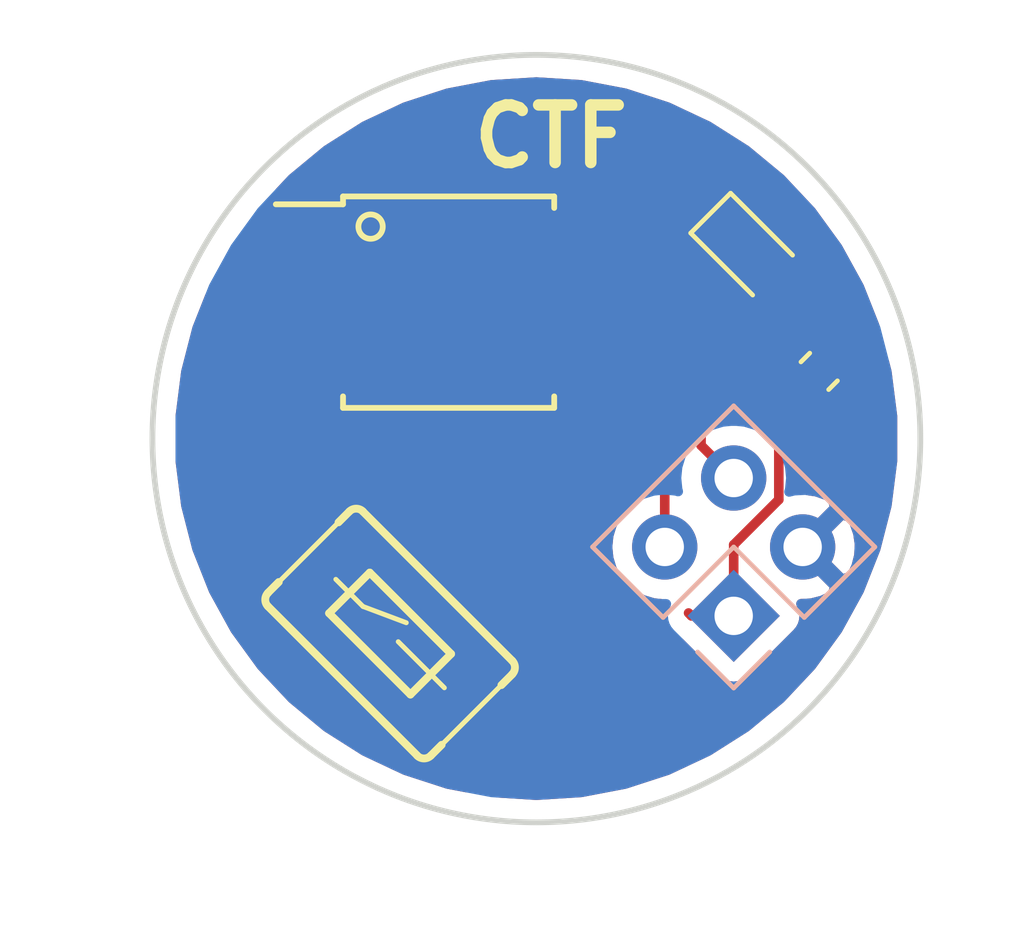
<source format=kicad_pcb>
(kicad_pcb (version 20171130) (host pcbnew "(5.1.4)-1")

  (general
    (thickness 1.6)
    (drawings 3)
    (tracks 35)
    (zones 0)
    (modules 5)
    (nets 10)
  )

  (page A4)
  (layers
    (0 F.Cu signal)
    (31 B.Cu signal)
    (32 B.Adhes user)
    (33 F.Adhes user)
    (34 B.Paste user)
    (35 F.Paste user)
    (36 B.SilkS user)
    (37 F.SilkS user)
    (38 B.Mask user)
    (39 F.Mask user)
    (40 Dwgs.User user)
    (41 Cmts.User user)
    (42 Eco1.User user)
    (43 Eco2.User user)
    (44 Edge.Cuts user)
    (45 Margin user)
    (46 B.CrtYd user)
    (47 F.CrtYd user)
    (48 B.Fab user)
    (49 F.Fab user)
  )

  (setup
    (last_trace_width 0.25)
    (trace_clearance 0.2)
    (zone_clearance 0.508)
    (zone_45_only no)
    (trace_min 0.2)
    (via_size 0.8)
    (via_drill 0.4)
    (via_min_size 0.4)
    (via_min_drill 0.3)
    (uvia_size 0.3)
    (uvia_drill 0.1)
    (uvias_allowed no)
    (uvia_min_size 0.2)
    (uvia_min_drill 0.1)
    (edge_width 0.15)
    (segment_width 0.2)
    (pcb_text_width 0.3)
    (pcb_text_size 1.5 1.5)
    (mod_edge_width 0.15)
    (mod_text_size 1 1)
    (mod_text_width 0.15)
    (pad_size 1.524 1.524)
    (pad_drill 0.762)
    (pad_to_mask_clearance 0.051)
    (solder_mask_min_width 0.25)
    (aux_axis_origin 0 0)
    (visible_elements 7FFFFFFF)
    (pcbplotparams
      (layerselection 0x010fc_ffffffff)
      (usegerberextensions true)
      (usegerberattributes false)
      (usegerberadvancedattributes false)
      (creategerberjobfile false)
      (excludeedgelayer true)
      (linewidth 0.100000)
      (plotframeref false)
      (viasonmask false)
      (mode 1)
      (useauxorigin false)
      (hpglpennumber 1)
      (hpglpenspeed 20)
      (hpglpendiameter 15.000000)
      (psnegative false)
      (psa4output false)
      (plotreference true)
      (plotvalue true)
      (plotinvisibletext false)
      (padsonsilk false)
      (subtractmaskfromsilk false)
      (outputformat 1)
      (mirror false)
      (drillshape 0)
      (scaleselection 1)
      (outputdirectory "gerber"))
  )

  (net 0 "")
  (net 1 VCC)
  (net 2 GND)
  (net 3 /SCL)
  (net 4 /SDA)
  (net 5 "Net-(SW1-Pad1)")
  (net 6 "Net-(U1-Pad2)")
  (net 7 "Net-(U1-Pad3)")
  (net 8 "Net-(D1-Pad1)")
  (net 9 "Net-(D1-Pad2)")

  (net_class Default "This is the default net class."
    (clearance 0.2)
    (trace_width 0.25)
    (via_dia 0.8)
    (via_drill 0.4)
    (uvia_dia 0.3)
    (uvia_drill 0.1)
    (add_net /SCL)
    (add_net /SDA)
    (add_net GND)
    (add_net "Net-(D1-Pad1)")
    (add_net "Net-(D1-Pad2)")
    (add_net "Net-(SW1-Pad1)")
    (add_net "Net-(U1-Pad2)")
    (add_net "Net-(U1-Pad3)")
    (add_net VCC)
  )

  (module switches:TACTILE-SWITCH-1101NE (layer F.Cu) (tedit 5C48AB09) (tstamp 5C6162BB)
    (at 125.73 102.87 315)
    (descr "SPARKFUN SKU# COM-08229")
    (tags "SPARKFUN SKU# COM-08229")
    (path /5C489067)
    (attr smd)
    (fp_text reference SW1 (at -1.09474 -2.37998 315) (layer F.SilkS) hide
      (effects (font (size 0.762 0.762) (thickness 0.0508)))
    )
    (fp_text value SW_Push (at -0.71374 2.31648 315) (layer F.SilkS) hide
      (effects (font (size 0.762 0.762) (thickness 0.0508)))
    )
    (fp_arc (start -2.74828 1.4986) (end -2.74828 1.74752) (angle 90) (layer F.SilkS) (width 0.2032))
    (fp_arc (start 2.74828 1.4986) (end 2.99974 1.4986) (angle 90) (layer F.SilkS) (width 0.2032))
    (fp_arc (start 2.74828 -1.4986) (end 2.74828 -1.74752) (angle 90) (layer F.SilkS) (width 0.2032))
    (fp_arc (start -2.74828 -1.4986) (end -2.99974 -1.4986) (angle 90) (layer F.SilkS) (width 0.2032))
    (fp_line (start 0.29972 0) (end 1.99898 0) (layer F.SilkS) (width 0.127))
    (fp_line (start -0.99822 0) (end 0.09906 -0.49784) (layer F.SilkS) (width 0.127))
    (fp_line (start -1.99898 0) (end -0.99822 0) (layer F.SilkS) (width 0.127))
    (fp_line (start 1.4986 0.7493) (end 1.4986 -0.7493) (layer F.SilkS) (width 0.2032))
    (fp_line (start -1.4986 0.7493) (end -1.4986 -0.7493) (layer F.SilkS) (width 0.2032))
    (fp_line (start 1.4986 0.7493) (end -1.4986 0.7493) (layer F.SilkS) (width 0.2032))
    (fp_line (start -1.4986 -0.7493) (end 1.4986 -0.7493) (layer F.SilkS) (width 0.2032))
    (fp_line (start 2.99974 1.4986) (end 2.99974 1.09982) (layer F.SilkS) (width 0.2032))
    (fp_line (start 2.99974 -1.09982) (end 2.99974 -1.4986) (layer F.SilkS) (width 0.2032))
    (fp_line (start -2.99974 -1.09982) (end -2.99974 -1.4986) (layer F.SilkS) (width 0.2032))
    (fp_line (start -2.99974 1.4986) (end -2.99974 1.09982) (layer F.SilkS) (width 0.2032))
    (fp_line (start 2.74828 1.74752) (end -2.74828 1.74752) (layer F.SilkS) (width 0.2032))
    (fp_line (start -2.74828 -1.74752) (end 2.74828 -1.74752) (layer F.SilkS) (width 0.2032))
    (fp_line (start 2.99974 -1.09982) (end 2.99974 1.09982) (layer F.SilkS) (width 0.127))
    (fp_line (start -2.99974 -1.09982) (end -2.99974 1.09982) (layer F.SilkS) (width 0.127))
    (pad 2 smd rect (at 3.149601 0 135) (size 2.2987 1.59766) (layers F.Cu F.Paste F.Mask)
      (net 2 GND))
    (pad 1 smd rect (at -3.149601 0 135) (size 2.2987 1.59766) (layers F.Cu F.Paste F.Mask)
      (net 5 "Net-(SW1-Pad1)"))
    (model ${KISYS3DMOD}/Button_Switch_SMD.3dshapes/SW_SPST_CK_RS282G05A3.wrl
      (at (xyz 0 0 0))
      (scale (xyz 1 1 1))
      (rotate (xyz 0 0 0))
    )
  )

  (module Package_SO:SOIJ-8_5.3x5.3mm_P1.27mm (layer F.Cu) (tedit 5C48AB0D) (tstamp 5C55259A)
    (at 127.254 94.234)
    (descr "8-Lead Plastic Small Outline (SM) - Medium, 5.28 mm Body [SOIC] (see Microchip Packaging Specification 00000049BS.pdf)")
    (tags "SOIC 1.27")
    (path /5C488DE3)
    (attr smd)
    (fp_text reference U1 (at 0 -3.68) (layer F.SilkS) hide
      (effects (font (size 1 1) (thickness 0.15)))
    )
    (fp_text value ATtiny45-20SU (at 0 3.68) (layer F.Fab)
      (effects (font (size 1 1) (thickness 0.15)))
    )
    (fp_text user %R (at 0 0) (layer F.Fab)
      (effects (font (size 1 1) (thickness 0.15)))
    )
    (fp_line (start -1.65 -2.65) (end 2.65 -2.65) (layer F.Fab) (width 0.15))
    (fp_line (start 2.65 -2.65) (end 2.65 2.65) (layer F.Fab) (width 0.15))
    (fp_line (start 2.65 2.65) (end -2.65 2.65) (layer F.Fab) (width 0.15))
    (fp_line (start -2.65 2.65) (end -2.65 -1.65) (layer F.Fab) (width 0.15))
    (fp_line (start -2.65 -1.65) (end -1.65 -2.65) (layer F.Fab) (width 0.15))
    (fp_line (start -4.75 -2.95) (end -4.75 2.95) (layer F.CrtYd) (width 0.05))
    (fp_line (start 4.75 -2.95) (end 4.75 2.95) (layer F.CrtYd) (width 0.05))
    (fp_line (start -4.75 -2.95) (end 4.75 -2.95) (layer F.CrtYd) (width 0.05))
    (fp_line (start -4.75 2.95) (end 4.75 2.95) (layer F.CrtYd) (width 0.05))
    (fp_line (start -2.75 -2.755) (end -2.75 -2.55) (layer F.SilkS) (width 0.15))
    (fp_line (start 2.75 -2.755) (end 2.75 -2.455) (layer F.SilkS) (width 0.15))
    (fp_line (start 2.75 2.755) (end 2.75 2.455) (layer F.SilkS) (width 0.15))
    (fp_line (start -2.75 2.755) (end -2.75 2.455) (layer F.SilkS) (width 0.15))
    (fp_line (start -2.75 -2.755) (end 2.75 -2.755) (layer F.SilkS) (width 0.15))
    (fp_line (start -2.75 2.755) (end 2.75 2.755) (layer F.SilkS) (width 0.15))
    (fp_line (start -2.75 -2.55) (end -4.5 -2.55) (layer F.SilkS) (width 0.15))
    (pad 1 smd rect (at -3.65 -1.905) (size 1.7 0.65) (layers F.Cu F.Paste F.Mask)
      (net 5 "Net-(SW1-Pad1)"))
    (pad 2 smd rect (at -3.65 -0.635) (size 1.7 0.65) (layers F.Cu F.Paste F.Mask)
      (net 6 "Net-(U1-Pad2)"))
    (pad 3 smd rect (at -3.65 0.635) (size 1.7 0.65) (layers F.Cu F.Paste F.Mask)
      (net 7 "Net-(U1-Pad3)"))
    (pad 4 smd rect (at -3.65 1.905) (size 1.7 0.65) (layers F.Cu F.Paste F.Mask)
      (net 2 GND))
    (pad 5 smd rect (at 3.65 1.905) (size 1.7 0.65) (layers F.Cu F.Paste F.Mask)
      (net 4 /SDA))
    (pad 6 smd rect (at 3.65 0.635) (size 1.7 0.65) (layers F.Cu F.Paste F.Mask)
      (net 8 "Net-(D1-Pad1)"))
    (pad 7 smd rect (at 3.65 -0.635) (size 1.7 0.65) (layers F.Cu F.Paste F.Mask)
      (net 3 /SCL))
    (pad 8 smd rect (at 3.65 -1.905) (size 1.7 0.65) (layers F.Cu F.Paste F.Mask)
      (net 1 VCC))
    (model ${KISYS3DMOD}/Package_SO.3dshapes/SOIJ-8_5.3x5.3mm_P1.27mm.wrl
      (at (xyz 0 0 0))
      (scale (xyz 1 1 1))
      (rotate (xyz 0 0 0))
    )
  )

  (module Connector_PinHeader_2.54mm:PinHeader_2x02_P2.54mm_Vertical (layer B.Cu) (tedit 5C48AB7A) (tstamp 5C61645A)
    (at 134.679001 102.409001 45)
    (descr "Through hole straight pin header, 2x02, 2.54mm pitch, double rows")
    (tags "Through hole pin header THT 2x02 2.54mm double row")
    (path /5C488EC3)
    (fp_text reference J1 (at 1.27 2.33 45) (layer B.SilkS) hide
      (effects (font (size 1 1) (thickness 0.15)) (justify mirror))
    )
    (fp_text value Male_02x02 (at 1.27 -4.87 45) (layer B.Fab)
      (effects (font (size 1 1) (thickness 0.15)) (justify mirror))
    )
    (fp_line (start 0 1.27) (end 3.81 1.27) (layer B.Fab) (width 0.1))
    (fp_line (start 3.81 1.27) (end 3.81 -3.81) (layer B.Fab) (width 0.1))
    (fp_line (start 3.81 -3.81) (end -1.27 -3.81) (layer B.Fab) (width 0.1))
    (fp_line (start -1.27 -3.81) (end -1.27 0) (layer B.Fab) (width 0.1))
    (fp_line (start -1.27 0) (end 0 1.27) (layer B.Fab) (width 0.1))
    (fp_line (start -1.33 -3.87) (end 3.87 -3.87) (layer B.SilkS) (width 0.12))
    (fp_line (start -1.33 -1.27) (end -1.33 -3.87) (layer B.SilkS) (width 0.12))
    (fp_line (start 3.87 1.33) (end 3.87 -3.87) (layer B.SilkS) (width 0.12))
    (fp_line (start -1.33 -1.27) (end 1.27 -1.27) (layer B.SilkS) (width 0.12))
    (fp_line (start 1.27 -1.27) (end 1.27 1.33) (layer B.SilkS) (width 0.12))
    (fp_line (start 1.27 1.33) (end 3.87 1.33) (layer B.SilkS) (width 0.12))
    (fp_line (start -1.33 0) (end -1.33 1.33) (layer B.SilkS) (width 0.12))
    (fp_line (start -1.33 1.33) (end 0 1.33) (layer B.SilkS) (width 0.12))
    (fp_line (start -1.8 1.8) (end -1.8 -4.35) (layer B.CrtYd) (width 0.05))
    (fp_line (start -1.8 -4.35) (end 4.35 -4.35) (layer B.CrtYd) (width 0.05))
    (fp_line (start 4.35 -4.35) (end 4.35 1.8) (layer B.CrtYd) (width 0.05))
    (fp_line (start 4.35 1.8) (end -1.8 1.8) (layer B.CrtYd) (width 0.05))
    (fp_text user %R (at 1.27 -1.27 -45) (layer B.Fab)
      (effects (font (size 1 1) (thickness 0.15)) (justify mirror))
    )
    (pad 1 thru_hole rect (at 0 0 45) (size 1.7 1.7) (drill 1) (layers *.Cu *.Mask)
      (net 1 VCC))
    (pad 2 thru_hole oval (at 2.54 0 45) (size 1.7 1.7) (drill 1) (layers *.Cu *.Mask)
      (net 2 GND))
    (pad 3 thru_hole oval (at 0 -2.54 45) (size 1.7 1.7) (drill 1) (layers *.Cu *.Mask)
      (net 4 /SDA))
    (pad 4 thru_hole oval (at 2.54 -2.54 45) (size 1.7 1.7) (drill 1) (layers *.Cu *.Mask)
      (net 3 /SCL))
    (model ${KISYS3DMOD}/Connector_PinHeader_2.54mm.3dshapes/PinHeader_2x02_P2.54mm_Vertical.wrl
      (at (xyz 0 0 0))
      (scale (xyz 1 1 1))
      (rotate (xyz 0 0 0))
    )
  )

  (module LED_SMD:LED_0603_1608Metric (layer F.Cu) (tedit 5C4A52EA) (tstamp 5C716109)
    (at 135.128 92.964 315)
    (descr "LED SMD 0603 (1608 Metric), square (rectangular) end terminal, IPC_7351 nominal, (Body size source: http://www.tortai-tech.com/upload/download/2011102023233369053.pdf), generated with kicad-footprint-generator")
    (tags diode)
    (path /5C4FBC5C)
    (attr smd)
    (fp_text reference D1 (at 0 -1.43 315) (layer F.SilkS) hide
      (effects (font (size 1 1) (thickness 0.15)))
    )
    (fp_text value LED (at 0 1.43 315) (layer F.Fab)
      (effects (font (size 1 1) (thickness 0.15)))
    )
    (fp_line (start 0.8 -0.4) (end -0.5 -0.4) (layer F.Fab) (width 0.1))
    (fp_line (start -0.5 -0.4) (end -0.8 -0.1) (layer F.Fab) (width 0.1))
    (fp_line (start -0.8 -0.1) (end -0.8 0.4) (layer F.Fab) (width 0.1))
    (fp_line (start -0.8 0.4) (end 0.8 0.4) (layer F.Fab) (width 0.1))
    (fp_line (start 0.8 0.4) (end 0.8 -0.4) (layer F.Fab) (width 0.1))
    (fp_line (start 0.8 -0.735) (end -1.485 -0.735) (layer F.SilkS) (width 0.12))
    (fp_line (start -1.485 -0.735) (end -1.485 0.735) (layer F.SilkS) (width 0.12))
    (fp_line (start -1.485 0.735) (end 0.8 0.735) (layer F.SilkS) (width 0.12))
    (fp_line (start -1.48 0.73) (end -1.48 -0.73) (layer F.CrtYd) (width 0.05))
    (fp_line (start -1.48 -0.73) (end 1.48 -0.73) (layer F.CrtYd) (width 0.05))
    (fp_line (start 1.48 -0.73) (end 1.48 0.73) (layer F.CrtYd) (width 0.05))
    (fp_line (start 1.48 0.73) (end -1.48 0.73) (layer F.CrtYd) (width 0.05))
    (fp_text user %R (at 0 0 315) (layer F.Fab)
      (effects (font (size 0.4 0.4) (thickness 0.06)))
    )
    (pad 1 smd roundrect (at -0.787501 0 315) (size 0.875 0.95) (layers F.Cu F.Paste F.Mask) (roundrect_rratio 0.25)
      (net 8 "Net-(D1-Pad1)"))
    (pad 2 smd roundrect (at 0.787501 0 315) (size 0.875 0.95) (layers F.Cu F.Paste F.Mask) (roundrect_rratio 0.25)
      (net 9 "Net-(D1-Pad2)"))
    (model ${KISYS3DMOD}/LED_SMD.3dshapes/LED_0603_1608Metric.wrl
      (at (xyz 0 0 0))
      (scale (xyz 1 1 1))
      (rotate (xyz 0 0 0))
    )
  )

  (module Resistor_SMD:R_0603_1608Metric (layer F.Cu) (tedit 5C4A52E7) (tstamp 5C715F0F)
    (at 136.906 96.0375 45)
    (descr "Resistor SMD 0603 (1608 Metric), square (rectangular) end terminal, IPC_7351 nominal, (Body size source: http://www.tortai-tech.com/upload/download/2011102023233369053.pdf), generated with kicad-footprint-generator")
    (tags resistor)
    (path /5C4FBE85)
    (attr smd)
    (fp_text reference R1 (at 0 -1.43 45) (layer F.SilkS) hide
      (effects (font (size 1 1) (thickness 0.15)))
    )
    (fp_text value R (at 0 1.43 45) (layer F.Fab)
      (effects (font (size 1 1) (thickness 0.15)))
    )
    (fp_line (start -0.8 0.4) (end -0.8 -0.4) (layer F.Fab) (width 0.1))
    (fp_line (start -0.8 -0.4) (end 0.8 -0.4) (layer F.Fab) (width 0.1))
    (fp_line (start 0.8 -0.4) (end 0.8 0.4) (layer F.Fab) (width 0.1))
    (fp_line (start 0.8 0.4) (end -0.8 0.4) (layer F.Fab) (width 0.1))
    (fp_line (start -0.162779 -0.51) (end 0.162779 -0.51) (layer F.SilkS) (width 0.12))
    (fp_line (start -0.162779 0.51) (end 0.162779 0.51) (layer F.SilkS) (width 0.12))
    (fp_line (start -1.48 0.73) (end -1.48 -0.73) (layer F.CrtYd) (width 0.05))
    (fp_line (start -1.48 -0.73) (end 1.48 -0.73) (layer F.CrtYd) (width 0.05))
    (fp_line (start 1.48 -0.73) (end 1.48 0.73) (layer F.CrtYd) (width 0.05))
    (fp_line (start 1.48 0.73) (end -1.48 0.73) (layer F.CrtYd) (width 0.05))
    (fp_text user %R (at 0 0 45) (layer F.Fab)
      (effects (font (size 0.4 0.4) (thickness 0.06)))
    )
    (pad 1 smd roundrect (at -0.7875 0 45) (size 0.875 0.95) (layers F.Cu F.Paste F.Mask) (roundrect_rratio 0.25)
      (net 1 VCC))
    (pad 2 smd roundrect (at 0.7875 0 45) (size 0.875 0.95) (layers F.Cu F.Paste F.Mask) (roundrect_rratio 0.25)
      (net 9 "Net-(D1-Pad2)"))
    (model ${KISYS3DMOD}/Resistor_SMD.3dshapes/R_0603_1608Metric.wrl
      (at (xyz 0 0 0))
      (scale (xyz 1 1 1))
      (rotate (xyz 0 0 0))
    )
  )

  (gr_circle (center 125.222 92.2655) (end 125.476 92.456) (layer F.SilkS) (width 0.15))
  (gr_text CTF (at 129.921 89.916) (layer F.SilkS)
    (effects (font (size 1.5 1.5) (thickness 0.3)))
  )
  (gr_circle (center 129.54 97.79) (end 139.54 97.79) (layer Edge.Cuts) (width 0.15))

  (segment (start 133.579001 102.409001) (end 134.679001 102.409001) (width 0.25) (layer F.Cu) (net 1) (status 30))
  (segment (start 133.504 102.334) (end 133.579001 102.409001) (width 0.25) (layer F.Cu) (net 1) (status 20))
  (segment (start 134.679001 100.555901) (end 134.679001 102.409001) (width 0.25) (layer F.Cu) (net 1) (status 20))
  (segment (start 135.854002 99.3809) (end 134.679001 100.555901) (width 0.25) (layer F.Cu) (net 1))
  (segment (start 135.854002 96.754002) (end 135.854002 99.3809) (width 0.25) (layer F.Cu) (net 1))
  (segment (start 131.429 92.329) (end 135.854002 96.754002) (width 0.25) (layer F.Cu) (net 1) (status 10))
  (segment (start 130.904 92.329) (end 131.429 92.329) (width 0.25) (layer F.Cu) (net 1) (status 30))
  (segment (start 136.013657 96.594347) (end 135.854002 96.754002) (width 0.25) (layer F.Cu) (net 1))
  (segment (start 136.349153 96.594347) (end 136.013657 96.594347) (width 0.25) (layer F.Cu) (net 1))
  (segment (start 123.604 96.139) (end 124.129 96.139) (width 0.25) (layer F.Cu) (net 2) (status 30))
  (segment (start 130.379 93.599) (end 130.904 93.599) (width 0.25) (layer F.Cu) (net 3) (status 30))
  (segment (start 131.429 93.599) (end 130.904 93.599) (width 0.25) (layer F.Cu) (net 3))
  (segment (start 133.829002 95.999002) (end 131.429 93.599) (width 0.25) (layer F.Cu) (net 3))
  (segment (start 134.679001 98.816899) (end 133.829002 97.9669) (width 0.25) (layer F.Cu) (net 3))
  (segment (start 133.829002 97.9669) (end 133.829002 95.999002) (width 0.25) (layer F.Cu) (net 3))
  (segment (start 131.429 96.139) (end 130.904 96.139) (width 0.25) (layer F.Cu) (net 4))
  (segment (start 132.88295 97.59295) (end 131.429 96.139) (width 0.25) (layer F.Cu) (net 4))
  (segment (start 132.88295 100.61295) (end 132.88295 97.59295) (width 0.25) (layer F.Cu) (net 4))
  (segment (start 122.619473 99.759473) (end 123.502896 100.642896) (width 0.25) (layer F.Cu) (net 5))
  (segment (start 123.604 92.329) (end 123.079 92.329) (width 0.25) (layer F.Cu) (net 5))
  (segment (start 122.504 92.329) (end 121.793 93.04) (width 0.25) (layer F.Cu) (net 5))
  (segment (start 123.604 92.329) (end 122.504 92.329) (width 0.25) (layer F.Cu) (net 5))
  (segment (start 121.793 98.933) (end 122.52325 99.66325) (width 0.25) (layer F.Cu) (net 5))
  (segment (start 121.793 93.04) (end 121.793 98.933) (width 0.25) (layer F.Cu) (net 5))
  (segment (start 122.428999 99.568999) (end 122.52325 99.66325) (width 0.25) (layer F.Cu) (net 5))
  (segment (start 122.52325 99.66325) (end 122.619473 99.759473) (width 0.25) (layer F.Cu) (net 5))
  (segment (start 131.031 94.996) (end 130.904 94.869) (width 0.25) (layer F.Cu) (net 8))
  (segment (start 133.2865 91.1225) (end 134.571153 92.407153) (width 0.25) (layer F.Cu) (net 8))
  (segment (start 129.8575 91.1225) (end 133.2865 91.1225) (width 0.25) (layer F.Cu) (net 8))
  (segment (start 129.159 91.821) (end 129.8575 91.1225) (width 0.25) (layer F.Cu) (net 8))
  (segment (start 129.159 94.224) (end 129.159 91.821) (width 0.25) (layer F.Cu) (net 8))
  (segment (start 130.904 94.869) (end 129.804 94.869) (width 0.25) (layer F.Cu) (net 8))
  (segment (start 129.804 94.869) (end 129.159 94.224) (width 0.25) (layer F.Cu) (net 8))
  (segment (start 137.462847 95.298847) (end 137.462847 95.480653) (width 0.25) (layer F.Cu) (net 9))
  (segment (start 135.684847 93.520847) (end 137.462847 95.298847) (width 0.25) (layer F.Cu) (net 9))

  (zone (net 2) (net_name GND) (layer F.Cu) (tstamp 5C7162CA) (hatch edge 0.508)
    (connect_pads (clearance 0.508))
    (min_thickness 0.254)
    (fill yes (arc_segments 16) (thermal_gap 0.508) (thermal_bridge_width 0.508))
    (polygon
      (pts
        (xy 115.57 86.36) (xy 142.24 86.36) (xy 142.24 110.49) (xy 115.57 110.49)
      )
    )
    (filled_polygon
      (pts
        (xy 130.704346 88.573254) (xy 131.850329 88.791862) (xy 132.959877 89.152376) (xy 134.015492 89.649111) (xy 135.000525 90.274232)
        (xy 135.899443 91.017881) (xy 136.698068 91.868331) (xy 137.383806 92.812169) (xy 137.945843 93.83451) (xy 138.344379 94.841096)
        (xy 138.042195 94.538912) (xy 137.912355 94.432356) (xy 137.764222 94.353177) (xy 137.603488 94.304419) (xy 137.536636 94.297835)
        (xy 136.864597 93.625795) (xy 136.877545 93.49433) (xy 136.861081 93.327172) (xy 136.812323 93.166438) (xy 136.733144 93.018305)
        (xy 136.626588 92.888465) (xy 136.317229 92.579106) (xy 136.187389 92.47255) (xy 136.039256 92.393371) (xy 135.878522 92.344613)
        (xy 135.759145 92.332855) (xy 135.747387 92.213478) (xy 135.698629 92.052744) (xy 135.61945 91.904611) (xy 135.512894 91.774771)
        (xy 135.203535 91.465412) (xy 135.073695 91.358856) (xy 134.925562 91.279677) (xy 134.764828 91.230919) (xy 134.59767 91.214455)
        (xy 134.466205 91.227403) (xy 133.850304 90.611503) (xy 133.826501 90.582499) (xy 133.710776 90.487526) (xy 133.578747 90.416954)
        (xy 133.435486 90.373497) (xy 133.323833 90.3625) (xy 133.323822 90.3625) (xy 133.2865 90.358824) (xy 133.249178 90.3625)
        (xy 129.894822 90.3625) (xy 129.857499 90.358824) (xy 129.820176 90.3625) (xy 129.820167 90.3625) (xy 129.708514 90.373497)
        (xy 129.565253 90.416954) (xy 129.433224 90.487526) (xy 129.317499 90.582499) (xy 129.293701 90.611498) (xy 128.647998 91.257201)
        (xy 128.619 91.280999) (xy 128.595202 91.309997) (xy 128.595201 91.309998) (xy 128.524026 91.396724) (xy 128.453454 91.528754)
        (xy 128.409998 91.672015) (xy 128.395324 91.821) (xy 128.399001 91.858332) (xy 128.399 94.186677) (xy 128.395324 94.224)
        (xy 128.399 94.261322) (xy 128.399 94.261332) (xy 128.409997 94.372985) (xy 128.443975 94.484998) (xy 128.453454 94.516246)
        (xy 128.524026 94.648276) (xy 128.563871 94.696826) (xy 128.618999 94.764001) (xy 128.648002 94.787803) (xy 129.2402 95.380002)
        (xy 129.263999 95.409001) (xy 129.379724 95.503974) (xy 129.473034 95.55385) (xy 129.464498 95.56982) (xy 129.428188 95.689518)
        (xy 129.415928 95.814) (xy 129.415928 96.464) (xy 129.428188 96.588482) (xy 129.464498 96.70818) (xy 129.523463 96.818494)
        (xy 129.602815 96.915185) (xy 129.699506 96.994537) (xy 129.80982 97.053502) (xy 129.929518 97.089812) (xy 130.054 97.102072)
        (xy 131.317271 97.102072) (xy 132.122951 97.907753) (xy 132.12295 99.335355) (xy 132.053936 99.372244) (xy 131.827816 99.557816)
        (xy 131.642244 99.783936) (xy 131.504351 100.041916) (xy 131.419437 100.321839) (xy 131.390765 100.61295) (xy 131.419437 100.904061)
        (xy 131.504351 101.183984) (xy 131.642244 101.441964) (xy 131.827816 101.668084) (xy 132.053936 101.853656) (xy 132.311916 101.991549)
        (xy 132.591839 102.076463) (xy 132.782237 102.095216) (xy 132.754998 102.185015) (xy 132.740324 102.334) (xy 132.754998 102.482985)
        (xy 132.798454 102.626246) (xy 132.869026 102.758276) (xy 132.940201 102.845002) (xy 133.0152 102.920002) (xy 133.039 102.949002)
        (xy 133.154725 103.043975) (xy 133.272448 103.1069) (xy 134.227816 104.062268) (xy 134.324507 104.14162) (xy 134.434821 104.200585)
        (xy 134.554519 104.236895) (xy 134.679001 104.249155) (xy 134.803483 104.236895) (xy 134.923181 104.200585) (xy 135.033495 104.14162)
        (xy 135.130186 104.062268) (xy 136.332268 102.860186) (xy 136.41162 102.763495) (xy 136.470585 102.653181) (xy 136.506895 102.533483)
        (xy 136.519155 102.409001) (xy 136.506895 102.284519) (xy 136.470585 102.164821) (xy 136.433242 102.094958) (xy 136.696958 102.081281)
        (xy 136.979152 102.009775) (xy 137.241973 101.884591) (xy 137.319206 101.636709) (xy 136.475052 100.792555) (xy 136.46091 100.806698)
        (xy 136.281305 100.627093) (xy 136.295447 100.61295) (xy 136.654657 100.61295) (xy 137.498811 101.457104) (xy 137.746693 101.379871)
        (xy 137.871877 101.11705) (xy 137.943383 100.834856) (xy 137.958461 100.544135) (xy 137.916532 100.256058) (xy 137.819208 99.981697)
        (xy 137.746689 99.846032) (xy 137.498345 99.769262) (xy 136.654657 100.61295) (xy 136.295447 100.61295) (xy 136.281305 100.598808)
        (xy 136.46091 100.419203) (xy 136.475052 100.433345) (xy 137.31874 99.589657) (xy 137.24197 99.341313) (xy 137.106305 99.268794)
        (xy 136.831944 99.17147) (xy 136.614002 99.139749) (xy 136.614002 97.748991) (xy 136.703562 97.721823) (xy 136.851695 97.642644)
        (xy 136.981535 97.536088) (xy 137.290894 97.226729) (xy 137.39745 97.096889) (xy 137.476629 96.948756) (xy 137.525387 96.788022)
        (xy 137.537145 96.668645) (xy 137.656522 96.656887) (xy 137.817256 96.608129) (xy 137.965389 96.52895) (xy 138.095229 96.422394)
        (xy 138.404588 96.113035) (xy 138.511144 95.983195) (xy 138.590323 95.835062) (xy 138.601229 95.799109) (xy 138.665449 96.049228)
        (xy 138.811668 97.206676) (xy 138.811668 98.373324) (xy 138.665449 99.530772) (xy 138.375315 100.660768) (xy 137.945843 101.74549)
        (xy 137.383806 102.767831) (xy 136.698068 103.711669) (xy 135.899443 104.562119) (xy 135.000525 105.305768) (xy 134.015492 105.930889)
        (xy 132.959877 106.427624) (xy 131.850329 106.788138) (xy 130.704346 107.006746) (xy 129.54 107.08) (xy 128.537531 107.01693)
        (xy 128.559453 107.005213) (xy 128.656144 106.92586) (xy 129.016774 106.560886) (xy 129.016774 106.336379) (xy 127.957104 105.276709)
        (xy 127.145289 106.088524) (xy 127.145289 106.313031) (xy 127.707541 106.879297) (xy 127.229671 106.788138) (xy 126.120123 106.427624)
        (xy 125.064508 105.930889) (xy 124.079475 105.305768) (xy 123.527638 104.849249) (xy 125.941461 104.849249) (xy 125.953721 104.97373)
        (xy 125.990031 105.093428) (xy 126.048995 105.203743) (xy 126.128348 105.300434) (xy 126.741177 105.908919) (xy 126.965684 105.908919)
        (xy 127.777499 105.097104) (xy 128.136709 105.097104) (xy 129.196379 106.156774) (xy 129.420886 106.156774) (xy 129.78586 105.796144)
        (xy 129.865213 105.699453) (xy 129.924177 105.589139) (xy 129.960487 105.46944) (xy 129.972747 105.344959) (xy 129.960487 105.220478)
        (xy 129.924177 105.10078) (xy 129.865213 104.990465) (xy 129.78586 104.893774) (xy 129.173031 104.285289) (xy 128.948524 104.285289)
        (xy 128.136709 105.097104) (xy 127.777499 105.097104) (xy 126.717829 104.037434) (xy 126.493322 104.037434) (xy 126.128348 104.398064)
        (xy 126.048995 104.494755) (xy 125.990031 104.605069) (xy 125.953721 104.724768) (xy 125.941461 104.849249) (xy 123.527638 104.849249)
        (xy 123.180557 104.562119) (xy 122.381932 103.711669) (xy 122.32501 103.633322) (xy 126.897434 103.633322) (xy 126.897434 103.857829)
        (xy 127.957104 104.917499) (xy 128.768919 104.105684) (xy 128.768919 103.881177) (xy 128.160434 103.268348) (xy 128.063743 103.188995)
        (xy 127.953428 103.130031) (xy 127.83373 103.093721) (xy 127.709249 103.081461) (xy 127.584768 103.093721) (xy 127.465069 103.130031)
        (xy 127.354755 103.188995) (xy 127.258064 103.268348) (xy 126.897434 103.633322) (xy 122.32501 103.633322) (xy 121.696194 102.767831)
        (xy 121.134157 101.74549) (xy 120.704685 100.660768) (xy 120.414551 99.530772) (xy 120.268332 98.373324) (xy 120.268332 97.206676)
        (xy 120.414551 96.049228) (xy 120.704685 94.919232) (xy 121.033 94.090003) (xy 121.033001 98.895668) (xy 121.029324 98.933)
        (xy 121.033001 98.970333) (xy 121.043998 99.081986) (xy 121.056515 99.123249) (xy 121.087454 99.225246) (xy 121.158026 99.357276)
        (xy 121.229201 99.444002) (xy 121.253 99.473001) (xy 121.281997 99.496799) (xy 121.701597 99.916399) (xy 121.67414 99.943856)
        (xy 121.594788 100.040547) (xy 121.535823 100.150861) (xy 121.499513 100.270559) (xy 121.487253 100.395041) (xy 121.499513 100.519523)
        (xy 121.535823 100.639221) (xy 121.594788 100.749535) (xy 121.67414 100.846226) (xy 123.299566 102.471652) (xy 123.396257 102.551004)
        (xy 123.506571 102.609969) (xy 123.626269 102.646279) (xy 123.750751 102.658539) (xy 123.875233 102.646279) (xy 123.994931 102.609969)
        (xy 124.105245 102.551004) (xy 124.201936 102.471652) (xy 125.331652 101.341936) (xy 125.411004 101.245245) (xy 125.469969 101.134931)
        (xy 125.506279 101.015233) (xy 125.518539 100.890751) (xy 125.506279 100.766269) (xy 125.469969 100.646571) (xy 125.411004 100.536257)
        (xy 125.331652 100.439566) (xy 123.706226 98.81414) (xy 123.609535 98.734788) (xy 123.499221 98.675823) (xy 123.379523 98.639513)
        (xy 123.255041 98.627253) (xy 123.130559 98.639513) (xy 123.010861 98.675823) (xy 122.900547 98.734788) (xy 122.803856 98.81414)
        (xy 122.776399 98.841597) (xy 122.553 98.618198) (xy 122.553 97.066601) (xy 122.629518 97.089812) (xy 122.754 97.102072)
        (xy 123.31825 97.099) (xy 123.477 96.94025) (xy 123.477 96.266) (xy 123.731 96.266) (xy 123.731 96.94025)
        (xy 123.88975 97.099) (xy 124.454 97.102072) (xy 124.578482 97.089812) (xy 124.69818 97.053502) (xy 124.808494 96.994537)
        (xy 124.905185 96.915185) (xy 124.984537 96.818494) (xy 125.043502 96.70818) (xy 125.079812 96.588482) (xy 125.092072 96.464)
        (xy 125.089 96.42475) (xy 124.93025 96.266) (xy 123.731 96.266) (xy 123.477 96.266) (xy 123.457 96.266)
        (xy 123.457 96.012) (xy 123.477 96.012) (xy 123.477 95.992) (xy 123.731 95.992) (xy 123.731 96.012)
        (xy 124.93025 96.012) (xy 125.089 95.85325) (xy 125.092072 95.814) (xy 125.079812 95.689518) (xy 125.043502 95.56982)
        (xy 125.00832 95.504) (xy 125.043502 95.43818) (xy 125.079812 95.318482) (xy 125.092072 95.194) (xy 125.092072 94.544)
        (xy 125.079812 94.419518) (xy 125.043502 94.29982) (xy 125.00832 94.234) (xy 125.043502 94.16818) (xy 125.079812 94.048482)
        (xy 125.092072 93.924) (xy 125.092072 93.274) (xy 125.079812 93.149518) (xy 125.043502 93.02982) (xy 125.00832 92.964)
        (xy 125.043502 92.89818) (xy 125.079812 92.778482) (xy 125.092072 92.654) (xy 125.092072 92.004) (xy 125.079812 91.879518)
        (xy 125.043502 91.75982) (xy 124.984537 91.649506) (xy 124.905185 91.552815) (xy 124.808494 91.473463) (xy 124.69818 91.414498)
        (xy 124.578482 91.378188) (xy 124.454 91.365928) (xy 122.853719 91.365928) (xy 123.180557 91.017881) (xy 124.079475 90.274232)
        (xy 125.064508 89.649111) (xy 126.120123 89.152376) (xy 127.229671 88.791862) (xy 128.375654 88.573254) (xy 129.54 88.5)
      )
    )
  )
  (zone (net 2) (net_name GND) (layer B.Cu) (tstamp 5C7162C7) (hatch edge 0.508)
    (connect_pads (clearance 0.508))
    (min_thickness 0.254)
    (fill yes (arc_segments 16) (thermal_gap 0.508) (thermal_bridge_width 0.508))
    (polygon
      (pts
        (xy 116.84 87.63) (xy 116.84 109.22) (xy 140.97 109.22) (xy 140.97 87.63)
      )
    )
    (filled_polygon
      (pts
        (xy 130.704346 88.573254) (xy 131.850329 88.791862) (xy 132.959877 89.152376) (xy 134.015492 89.649111) (xy 135.000525 90.274232)
        (xy 135.899443 91.017881) (xy 136.698068 91.868331) (xy 137.383806 92.812169) (xy 137.945843 93.83451) (xy 138.375315 94.919232)
        (xy 138.665449 96.049228) (xy 138.811668 97.206676) (xy 138.811668 98.373324) (xy 138.665449 99.530772) (xy 138.375315 100.660768)
        (xy 137.945843 101.74549) (xy 137.383806 102.767831) (xy 136.698068 103.711669) (xy 135.899443 104.562119) (xy 135.000525 105.305768)
        (xy 134.015492 105.930889) (xy 132.959877 106.427624) (xy 131.850329 106.788138) (xy 130.704346 107.006746) (xy 129.54 107.08)
        (xy 128.375654 107.006746) (xy 127.229671 106.788138) (xy 126.120123 106.427624) (xy 125.064508 105.930889) (xy 124.079475 105.305768)
        (xy 123.180557 104.562119) (xy 122.381932 103.711669) (xy 121.696194 102.767831) (xy 121.134157 101.74549) (xy 120.704685 100.660768)
        (xy 120.692408 100.61295) (xy 131.390765 100.61295) (xy 131.419437 100.904061) (xy 131.504351 101.183984) (xy 131.642244 101.441964)
        (xy 131.827816 101.668084) (xy 132.053936 101.853656) (xy 132.311916 101.991549) (xy 132.591839 102.076463) (xy 132.81 102.09795)
        (xy 132.923161 102.09795) (xy 132.887417 102.164821) (xy 132.851107 102.284519) (xy 132.838847 102.409001) (xy 132.851107 102.533483)
        (xy 132.887417 102.653181) (xy 132.946382 102.763495) (xy 133.025734 102.860186) (xy 134.227816 104.062268) (xy 134.324507 104.14162)
        (xy 134.434821 104.200585) (xy 134.554519 104.236895) (xy 134.679001 104.249155) (xy 134.803483 104.236895) (xy 134.923181 104.200585)
        (xy 135.033495 104.14162) (xy 135.130186 104.062268) (xy 136.332268 102.860186) (xy 136.41162 102.763495) (xy 136.470585 102.653181)
        (xy 136.506895 102.533483) (xy 136.519155 102.409001) (xy 136.506895 102.284519) (xy 136.470585 102.164821) (xy 136.433242 102.094958)
        (xy 136.696958 102.081281) (xy 136.979152 102.009775) (xy 137.241973 101.884591) (xy 137.319206 101.636709) (xy 136.475052 100.792555)
        (xy 136.46091 100.806698) (xy 136.281305 100.627093) (xy 136.295447 100.61295) (xy 136.654657 100.61295) (xy 137.498811 101.457104)
        (xy 137.746693 101.379871) (xy 137.871877 101.11705) (xy 137.943383 100.834856) (xy 137.958461 100.544135) (xy 137.916532 100.256058)
        (xy 137.819208 99.981697) (xy 137.746689 99.846032) (xy 137.498345 99.769262) (xy 136.654657 100.61295) (xy 136.295447 100.61295)
        (xy 136.281305 100.598808) (xy 136.46091 100.419203) (xy 136.475052 100.433345) (xy 137.31874 99.589657) (xy 137.24197 99.341313)
        (xy 137.106305 99.268794) (xy 136.831944 99.17147) (xy 136.543867 99.129541) (xy 136.253146 99.144619) (xy 136.121272 99.178035)
        (xy 136.142514 99.10801) (xy 136.171186 98.816899) (xy 136.142514 98.525788) (xy 136.0576 98.245865) (xy 135.919707 97.987885)
        (xy 135.734135 97.761765) (xy 135.508015 97.576193) (xy 135.250035 97.4383) (xy 134.970112 97.353386) (xy 134.751951 97.331899)
        (xy 134.606051 97.331899) (xy 134.38789 97.353386) (xy 134.107967 97.4383) (xy 133.849987 97.576193) (xy 133.623867 97.761765)
        (xy 133.438295 97.987885) (xy 133.300402 98.245865) (xy 133.215488 98.525788) (xy 133.186816 98.816899) (xy 133.215488 99.10801)
        (xy 133.233527 99.167476) (xy 133.174061 99.149437) (xy 132.9559 99.12795) (xy 132.81 99.12795) (xy 132.591839 99.149437)
        (xy 132.311916 99.234351) (xy 132.053936 99.372244) (xy 131.827816 99.557816) (xy 131.642244 99.783936) (xy 131.504351 100.041916)
        (xy 131.419437 100.321839) (xy 131.390765 100.61295) (xy 120.692408 100.61295) (xy 120.414551 99.530772) (xy 120.268332 98.373324)
        (xy 120.268332 97.206676) (xy 120.414551 96.049228) (xy 120.704685 94.919232) (xy 121.134157 93.83451) (xy 121.696194 92.812169)
        (xy 122.381932 91.868331) (xy 123.180557 91.017881) (xy 124.079475 90.274232) (xy 125.064508 89.649111) (xy 126.120123 89.152376)
        (xy 127.229671 88.791862) (xy 128.375654 88.573254) (xy 129.54 88.5)
      )
    )
  )
)

</source>
